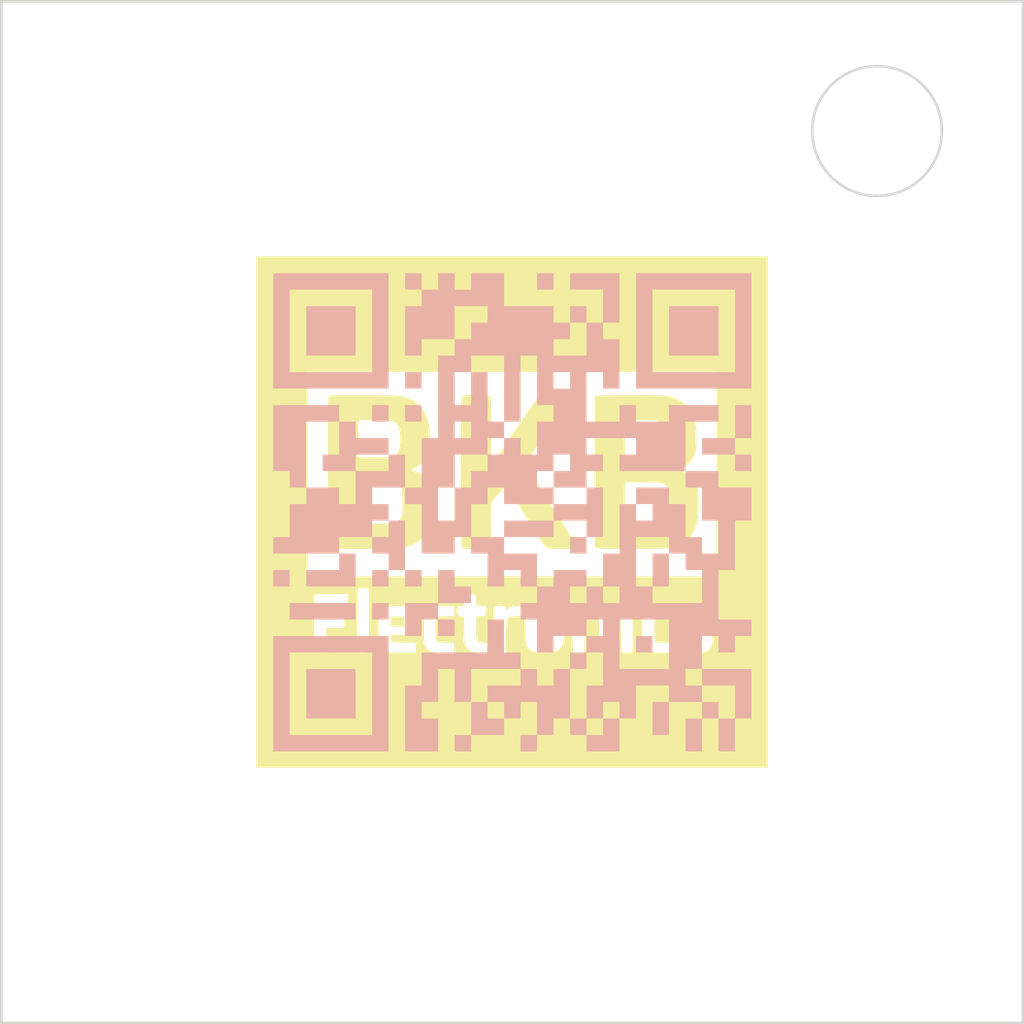
<source format=kicad_pcb>
(kicad_pcb (version 20221018) (generator pcbnew)
  (title_block (title "KiCad PCBWay Quick Turn PCB Production Template") (date "2023-07-10") (rev "V000") (company "BKB Eletcronics") (comment 1 "Author: BKB Electronics"))
  (layers (0 "F.Cu" signal) (31 "B.Cu" signal) (34 "B.Paste" user) (35 "F.Paste" user) (36 "B.SilkS" user "B.Silkscreen") (37 "F.SilkS" user "F.Silkscreen") (38 "B.Mask" user) (39 "F.Mask" user) (44 "Edge.Cuts" user))
  (net 0 "")
  (footprint "LOGO" (layer "F.Cu") (at 40 40)
    (fp_text reference "G***")
    (fp_text value "LOGO" hide)
  )
  (footprint "LOGO" (layer "F.Cu") (at 40 40)
    (fp_text reference "G***")
    (fp_text value "LOGO")
  )
  (gr_rect (start 0 0) (end 80 80) (stroke (width 0.2)) (fill none) (layer "Edge.Cuts"))
  (gr_circle (center 68.58 10.16) (end 73.66 10.16) (stroke (width 0.2)) (fill none) (layer "Edge.Cuts"))
)
</source>
